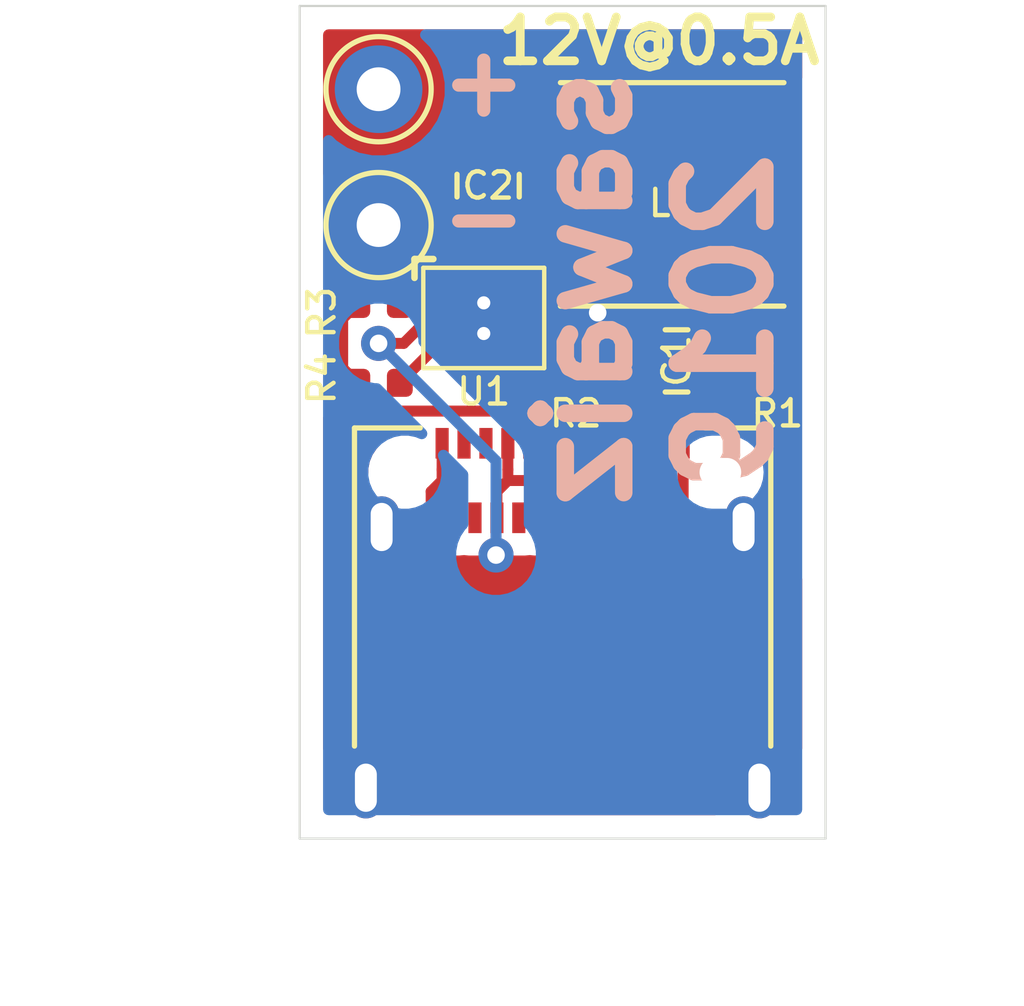
<source format=kicad_pcb>
(kicad_pcb (version 20171130) (host pcbnew "(5.1.2)-2")

  (general
    (thickness 1.6)
    (drawings 35)
    (tracks 100)
    (zones 0)
    (modules 11)
    (nets 15)
  )

  (page A4)
  (layers
    (0 F.Cu signal)
    (31 B.Cu signal)
    (32 B.Adhes user)
    (33 F.Adhes user)
    (34 B.Paste user)
    (35 F.Paste user)
    (36 B.SilkS user)
    (37 F.SilkS user)
    (38 B.Mask user)
    (39 F.Mask user)
    (40 Dwgs.User user)
    (41 Cmts.User user)
    (42 Eco1.User user)
    (43 Eco2.User user)
    (44 Edge.Cuts user)
    (45 Margin user)
    (46 B.CrtYd user)
    (47 F.CrtYd user)
    (48 B.Fab user)
    (49 F.Fab user)
  )

  (setup
    (last_trace_width 0.25)
    (trace_clearance 0.2)
    (zone_clearance 0.508)
    (zone_45_only no)
    (trace_min 0.1524)
    (via_size 0.8)
    (via_drill 0.4)
    (via_min_size 0.6858)
    (via_min_drill 0.3)
    (uvia_size 0.3)
    (uvia_drill 0.1)
    (uvias_allowed no)
    (uvia_min_size 0.2)
    (uvia_min_drill 0.1)
    (edge_width 0.05)
    (segment_width 0.2)
    (pcb_text_width 0.3)
    (pcb_text_size 1.5 1.5)
    (mod_edge_width 0.12)
    (mod_text_size 1 1)
    (mod_text_width 0.15)
    (pad_size 1.524 1.524)
    (pad_drill 0.762)
    (pad_to_mask_clearance 0.051)
    (solder_mask_min_width 0.25)
    (aux_axis_origin 0 0)
    (visible_elements 7FFFFFFF)
    (pcbplotparams
      (layerselection 0x3d0fc_ffffffff)
      (usegerberextensions true)
      (usegerberattributes false)
      (usegerberadvancedattributes false)
      (creategerberjobfile false)
      (excludeedgelayer true)
      (linewidth 0.100000)
      (plotframeref false)
      (viasonmask false)
      (mode 1)
      (useauxorigin false)
      (hpglpennumber 1)
      (hpglpenspeed 20)
      (hpglpendiameter 15.000000)
      (psnegative false)
      (psa4output false)
      (plotreference true)
      (plotvalue true)
      (plotinvisibletext false)
      (padsonsilk false)
      (subtractmaskfromsilk false)
      (outputformat 1)
      (mirror false)
      (drillshape 0)
      (scaleselection 1)
      (outputdirectory "../gerber/"))
  )

  (net 0 "")
  (net 1 GND)
  (net 2 +5V)
  (net 3 +12V)
  (net 4 "Net-(J1-PadA5)")
  (net 5 "Net-(J1-PadA6)")
  (net 6 "Net-(J1-PadA7)")
  (net 7 "Net-(J1-PadA8)")
  (net 8 "Net-(J1-PadB5)")
  (net 9 "Net-(J1-PadB6)")
  (net 10 "Net-(J1-PadB7)")
  (net 11 "Net-(J1-PadB8)")
  (net 12 "Net-(L1-Pad1)")
  (net 13 "Net-(R3-Pad2)")
  (net 14 "Net-(U1-Pad5)")

  (net_class Default "This is the default net class."
    (clearance 0.2)
    (trace_width 0.25)
    (via_dia 0.8)
    (via_drill 0.4)
    (uvia_dia 0.3)
    (uvia_drill 0.1)
    (add_net +12V)
    (add_net +5V)
    (add_net GND)
    (add_net "Net-(J1-PadA5)")
    (add_net "Net-(J1-PadA6)")
    (add_net "Net-(J1-PadA7)")
    (add_net "Net-(J1-PadA8)")
    (add_net "Net-(J1-PadB5)")
    (add_net "Net-(J1-PadB6)")
    (add_net "Net-(J1-PadB7)")
    (add_net "Net-(J1-PadB8)")
    (add_net "Net-(L1-Pad1)")
    (add_net "Net-(R3-Pad2)")
    (add_net "Net-(U1-Pad5)")
  )

  (module Inductor_SMD:L_Taiyo-Yuden_NR-50xx (layer F.Cu) (tedit 5D7A7B5B) (tstamp 5D7ACC15)
    (at 2.5 -10.7)
    (descr "Inductor, Taiyo Yuden, NR series, Taiyo-Yuden_NR-50xx, 4.9mmx4.9mm")
    (tags "inductor taiyo-yuden nr smd")
    (path /5D7A55C5)
    (attr smd)
    (fp_text reference L1 (at 0 0.2) (layer F.SilkS)
      (effects (font (size 0.6 0.6) (thickness 0.1)))
    )
    (fp_text value 10uH (at 6 1.7) (layer F.Fab)
      (effects (font (size 1 1) (thickness 0.15)))
    )
    (fp_text user %R (at 0 0) (layer F.Fab)
      (effects (font (size 1 1) (thickness 0.15)))
    )
    (fp_line (start -2.45 0) (end -2.45 -1.65) (layer F.Fab) (width 0.1))
    (fp_line (start -2.45 -1.65) (end -1.65 -2.45) (layer F.Fab) (width 0.1))
    (fp_line (start -1.65 -2.45) (end 0 -2.45) (layer F.Fab) (width 0.1))
    (fp_line (start 2.45 0) (end 2.45 -1.65) (layer F.Fab) (width 0.1))
    (fp_line (start 2.45 -1.65) (end 1.65 -2.45) (layer F.Fab) (width 0.1))
    (fp_line (start 1.65 -2.45) (end 0 -2.45) (layer F.Fab) (width 0.1))
    (fp_line (start 2.45 0) (end 2.45 1.65) (layer F.Fab) (width 0.1))
    (fp_line (start 2.45 1.65) (end 1.65 2.45) (layer F.Fab) (width 0.1))
    (fp_line (start 1.65 2.45) (end 0 2.45) (layer F.Fab) (width 0.1))
    (fp_line (start -2.45 0) (end -2.45 1.65) (layer F.Fab) (width 0.1))
    (fp_line (start -2.45 1.65) (end -1.65 2.45) (layer F.Fab) (width 0.1))
    (fp_line (start -1.65 2.45) (end 0 2.45) (layer F.Fab) (width 0.1))
    (fp_line (start -2.55 -2.55) (end 2.55 -2.55) (layer F.SilkS) (width 0.12))
    (fp_line (start -2.55 2.55) (end 2.55 2.55) (layer F.SilkS) (width 0.12))
    (fp_line (start -2.8 -2.75) (end -2.8 2.75) (layer F.CrtYd) (width 0.05))
    (fp_line (start -2.8 2.75) (end 2.8 2.75) (layer F.CrtYd) (width 0.05))
    (fp_line (start 2.8 2.75) (end 2.8 -2.75) (layer F.CrtYd) (width 0.05))
    (fp_line (start 2.8 -2.75) (end -2.8 -2.75) (layer F.CrtYd) (width 0.05))
    (pad 1 smd rect (at -1.8 0) (size 1.5 4.2) (layers F.Cu F.Paste F.Mask)
      (net 12 "Net-(L1-Pad1)"))
    (pad 2 smd rect (at 1.8 0) (size 1.5 4.2) (layers F.Cu F.Paste F.Mask)
      (net 2 +5V))
    (model ${KIPRJMOD}/stp/NRS5030.stp
      (offset (xyz 0 0 0.3))
      (scale (xyz 1 1 1))
      (rotate (xyz -90 0 0))
    )
  )

  (module Connector_USB:USB_C_Receptacle_Amphenol_12401610E4-2A (layer F.Cu) (tedit 5D7A6A6F) (tstamp 5D7ADD3F)
    (at 0 0)
    (descr "USB TYPE C, RA RCPT PCB, SMT, https://www.amphenolcanada.com/StockAvailabilityPrice.aspx?From=&PartNum=12401610E4%7e2A")
    (tags "USB C Type-C Receptacle SMD")
    (path /5D7A29A6)
    (attr smd)
    (fp_text reference J1 (at 0 -6.36) (layer F.SilkS) hide
      (effects (font (size 1 1) (thickness 0.15)))
    )
    (fp_text value 12401610E4#2A (at 0 7) (layer F.Fab)
      (effects (font (size 1 1) (thickness 0.15)))
    )
    (fp_text user %R (at 0 0) (layer F.Fab) hide
      (effects (font (size 1 1) (thickness 0.1)))
    )
    (fp_line (start -5.39 5.73) (end -5.39 -5.87) (layer F.CrtYd) (width 0.05))
    (fp_line (start 5.39 5.73) (end -5.39 5.73) (layer F.CrtYd) (width 0.05))
    (fp_line (start 5.39 -5.87) (end 5.39 5.73) (layer F.CrtYd) (width 0.05))
    (fp_line (start -5.39 -5.87) (end 5.39 -5.87) (layer F.CrtYd) (width 0.05))
    (fp_line (start 4.6 5.23) (end 4.6 -5.22) (layer F.Fab) (width 0.1))
    (fp_line (start -4.6 5.23) (end 4.6 5.23) (layer F.Fab) (width 0.1))
    (fp_line (start 3.25 -5.37) (end 4.75 -5.37) (layer F.SilkS) (width 0.12))
    (fp_line (start 4.75 -5.37) (end 4.75 1.89) (layer F.SilkS) (width 0.12))
    (fp_line (start -4.75 -5.37) (end -4.75 1.89) (layer F.SilkS) (width 0.12))
    (fp_line (start -4.75 -5.37) (end -3.25 -5.37) (layer F.SilkS) (width 0.12))
    (fp_line (start -4.6 -5.22) (end 4.6 -5.22) (layer F.Fab) (width 0.1))
    (fp_line (start -4.6 5.23) (end -4.6 -5.22) (layer F.Fab) (width 0.1))
    (pad S1 thru_hole oval (at -4.13 -3.11) (size 0.8 1.4) (drill oval 0.5 1.1) (layers *.Cu *.Mask)
      (net 1 GND))
    (pad A1 smd rect (at -2.75 -5.02) (size 0.3 0.7) (layers F.Cu F.Paste F.Mask)
      (net 1 GND))
    (pad A2 smd rect (at -2.25 -5.02) (size 0.3 0.7) (layers F.Cu F.Paste F.Mask))
    (pad A3 smd rect (at -1.75 -5.02) (size 0.3 0.7) (layers F.Cu F.Paste F.Mask))
    (pad A4 smd rect (at -1.25 -5.02) (size 0.3 0.7) (layers F.Cu F.Paste F.Mask)
      (net 2 +5V))
    (pad A5 smd rect (at -0.75 -5.02) (size 0.3 0.7) (layers F.Cu F.Paste F.Mask)
      (net 4 "Net-(J1-PadA5)"))
    (pad A6 smd rect (at -0.25 -5.02) (size 0.3 0.7) (layers F.Cu F.Paste F.Mask)
      (net 5 "Net-(J1-PadA6)"))
    (pad A7 smd rect (at 0.25 -5.02) (size 0.3 0.7) (layers F.Cu F.Paste F.Mask)
      (net 6 "Net-(J1-PadA7)"))
    (pad A12 smd rect (at 2.75 -5.02) (size 0.3 0.7) (layers F.Cu F.Paste F.Mask)
      (net 1 GND))
    (pad A10 smd rect (at 1.75 -5.02) (size 0.3 0.7) (layers F.Cu F.Paste F.Mask))
    (pad A9 smd rect (at 1.25 -5.02) (size 0.3 0.7) (layers F.Cu F.Paste F.Mask)
      (net 2 +5V))
    (pad A8 smd rect (at 0.75 -5.02) (size 0.3 0.7) (layers F.Cu F.Paste F.Mask)
      (net 7 "Net-(J1-PadA8)"))
    (pad A11 smd rect (at 2.25 -5.02) (size 0.3 0.7) (layers F.Cu F.Paste F.Mask))
    (pad B1 smd rect (at 2.5 -3.32) (size 0.3 0.7) (layers F.Cu F.Paste F.Mask)
      (net 1 GND))
    (pad S1 thru_hole oval (at 4.13 -3.11) (size 0.8 1.4) (drill oval 0.5 1.1) (layers *.Cu *.Mask)
      (net 1 GND))
    (pad S1 thru_hole oval (at 4.49 2.84) (size 0.8 1.4) (drill oval 0.5 1.1) (layers *.Cu *.Mask)
      (net 1 GND))
    (pad S1 thru_hole oval (at -4.49 2.84) (size 0.8 1.4) (drill oval 0.5 1.1) (layers *.Cu *.Mask)
      (net 1 GND))
    (pad "" np_thru_hole oval (at 3.6 -4.36) (size 0.95 0.65) (drill oval 0.95 0.65) (layers *.Cu *.Mask))
    (pad "" np_thru_hole circle (at -3.6 -4.36) (size 0.65 0.65) (drill 0.65) (layers *.Cu *.Mask))
    (pad B2 smd rect (at 2 -3.32) (size 0.3 0.7) (layers F.Cu F.Paste F.Mask))
    (pad B3 smd rect (at 1.5 -3.32) (size 0.3 0.7) (layers F.Cu F.Paste F.Mask))
    (pad B4 smd rect (at 1 -3.32) (size 0.3 0.7) (layers F.Cu F.Paste F.Mask)
      (net 2 +5V))
    (pad B5 smd rect (at 0.5 -3.32) (size 0.3 0.7) (layers F.Cu F.Paste F.Mask)
      (net 8 "Net-(J1-PadB5)"))
    (pad B6 smd rect (at 0 -3.32) (size 0.3 0.7) (layers F.Cu F.Paste F.Mask)
      (net 9 "Net-(J1-PadB6)"))
    (pad B7 smd rect (at -0.5 -3.32) (size 0.3 0.7) (layers F.Cu F.Paste F.Mask)
      (net 10 "Net-(J1-PadB7)"))
    (pad B8 smd rect (at -1 -3.32) (size 0.3 0.7) (layers F.Cu F.Paste F.Mask)
      (net 11 "Net-(J1-PadB8)"))
    (pad B9 smd rect (at -1.5 -3.32) (size 0.3 0.7) (layers F.Cu F.Paste F.Mask)
      (net 2 +5V))
    (pad B10 smd rect (at -2 -3.32) (size 0.3 0.7) (layers F.Cu F.Paste F.Mask))
    (pad B11 smd rect (at -2.5 -3.32) (size 0.3 0.7) (layers F.Cu F.Paste F.Mask))
    (pad B12 smd rect (at -3 -3.32) (size 0.3 0.7) (layers F.Cu F.Paste F.Mask)
      (net 1 GND))
    (model ${KIPRJMOD}/stp/M-12401610E4#2A-REVT2.stp
      (offset (xyz 0 -5.25 1.5))
      (scale (xyz 1 1 1))
      (rotate (xyz 0 0 90))
    )
  )

  (module Capacitor_SMD:C_0805_2012Metric (layer F.Cu) (tedit 5B36C52B) (tstamp 5D7ADB59)
    (at 2.6 -6.9)
    (descr "Capacitor SMD 0805 (2012 Metric), square (rectangular) end terminal, IPC_7351 nominal, (Body size source: https://docs.google.com/spreadsheets/d/1BsfQQcO9C6DZCsRaXUlFlo91Tg2WpOkGARC1WS5S8t0/edit?usp=sharing), generated with kicad-footprint-generator")
    (tags capacitor)
    (path /5D7A964E)
    (attr smd)
    (fp_text reference C1 (at 0 0 90) (layer F.SilkS)
      (effects (font (size 0.6 0.6) (thickness 0.1)))
    )
    (fp_text value 10u (at 5.4 -0.6) (layer F.Fab)
      (effects (font (size 1 1) (thickness 0.15)))
    )
    (fp_text user %R (at 0 0) (layer F.Fab)
      (effects (font (size 0.5 0.5) (thickness 0.08)))
    )
    (fp_line (start 1.68 0.95) (end -1.68 0.95) (layer F.CrtYd) (width 0.05))
    (fp_line (start 1.68 -0.95) (end 1.68 0.95) (layer F.CrtYd) (width 0.05))
    (fp_line (start -1.68 -0.95) (end 1.68 -0.95) (layer F.CrtYd) (width 0.05))
    (fp_line (start -1.68 0.95) (end -1.68 -0.95) (layer F.CrtYd) (width 0.05))
    (fp_line (start -0.258578 0.71) (end 0.258578 0.71) (layer F.SilkS) (width 0.12))
    (fp_line (start -0.258578 -0.71) (end 0.258578 -0.71) (layer F.SilkS) (width 0.12))
    (fp_line (start 1 0.6) (end -1 0.6) (layer F.Fab) (width 0.1))
    (fp_line (start 1 -0.6) (end 1 0.6) (layer F.Fab) (width 0.1))
    (fp_line (start -1 -0.6) (end 1 -0.6) (layer F.Fab) (width 0.1))
    (fp_line (start -1 0.6) (end -1 -0.6) (layer F.Fab) (width 0.1))
    (pad 2 smd roundrect (at 0.9375 0) (size 0.975 1.4) (layers F.Cu F.Paste F.Mask) (roundrect_rratio 0.25)
      (net 1 GND))
    (pad 1 smd roundrect (at -0.9375 0) (size 0.975 1.4) (layers F.Cu F.Paste F.Mask) (roundrect_rratio 0.25)
      (net 2 +5V))
    (model ${KISYS3DMOD}/Capacitor_SMD.3dshapes/C_0805_2012Metric.wrl
      (at (xyz 0 0 0))
      (scale (xyz 1 1 1))
      (rotate (xyz 0 0 0))
    )
  )

  (module Capacitor_SMD:C_0805_2012Metric (layer F.Cu) (tedit 5B36C52B) (tstamp 5D7AF6B6)
    (at -1.7 -10.9 270)
    (descr "Capacitor SMD 0805 (2012 Metric), square (rectangular) end terminal, IPC_7351 nominal, (Body size source: https://docs.google.com/spreadsheets/d/1BsfQQcO9C6DZCsRaXUlFlo91Tg2WpOkGARC1WS5S8t0/edit?usp=sharing), generated with kicad-footprint-generator")
    (tags capacitor)
    (path /5D7A91E0)
    (attr smd)
    (fp_text reference C2 (at 0 0 180) (layer F.SilkS)
      (effects (font (size 0.6 0.6) (thickness 0.1)))
    )
    (fp_text value 10u (at 0.4 -9.7 180) (layer F.Fab)
      (effects (font (size 1 1) (thickness 0.15)))
    )
    (fp_line (start -1 0.6) (end -1 -0.6) (layer F.Fab) (width 0.1))
    (fp_line (start -1 -0.6) (end 1 -0.6) (layer F.Fab) (width 0.1))
    (fp_line (start 1 -0.6) (end 1 0.6) (layer F.Fab) (width 0.1))
    (fp_line (start 1 0.6) (end -1 0.6) (layer F.Fab) (width 0.1))
    (fp_line (start -0.258578 -0.71) (end 0.258578 -0.71) (layer F.SilkS) (width 0.12))
    (fp_line (start -0.258578 0.71) (end 0.258578 0.71) (layer F.SilkS) (width 0.12))
    (fp_line (start -1.68 0.95) (end -1.68 -0.95) (layer F.CrtYd) (width 0.05))
    (fp_line (start -1.68 -0.95) (end 1.68 -0.95) (layer F.CrtYd) (width 0.05))
    (fp_line (start 1.68 -0.95) (end 1.68 0.95) (layer F.CrtYd) (width 0.05))
    (fp_line (start 1.68 0.95) (end -1.68 0.95) (layer F.CrtYd) (width 0.05))
    (fp_text user %R (at 0 0 90) (layer F.Fab)
      (effects (font (size 0.5 0.5) (thickness 0.08)))
    )
    (pad 1 smd roundrect (at -0.9375 0 270) (size 0.975 1.4) (layers F.Cu F.Paste F.Mask) (roundrect_rratio 0.25)
      (net 3 +12V))
    (pad 2 smd roundrect (at 0.9375 0 270) (size 0.975 1.4) (layers F.Cu F.Paste F.Mask) (roundrect_rratio 0.25)
      (net 1 GND))
    (model ${KISYS3DMOD}/Capacitor_SMD.3dshapes/C_0805_2012Metric.wrl
      (at (xyz 0 0 0))
      (scale (xyz 1 1 1))
      (rotate (xyz 0 0 0))
    )
  )

  (module Resistor_SMD:R_0402_1005Metric (layer F.Cu) (tedit 5B301BBD) (tstamp 5D7AC039)
    (at 4.9 -6.9 90)
    (descr "Resistor SMD 0402 (1005 Metric), square (rectangular) end terminal, IPC_7351 nominal, (Body size source: http://www.tortai-tech.com/upload/download/2011102023233369053.pdf), generated with kicad-footprint-generator")
    (tags resistor)
    (path /5D7A5A3E)
    (attr smd)
    (fp_text reference R1 (at -1.2 0 180) (layer F.SilkS)
      (effects (font (size 0.6 0.6) (thickness 0.1)))
    )
    (fp_text value 5K1 (at -2.4 4.6 90) (layer F.Fab)
      (effects (font (size 1 1) (thickness 0.15)))
    )
    (fp_line (start -0.5 0.25) (end -0.5 -0.25) (layer F.Fab) (width 0.1))
    (fp_line (start -0.5 -0.25) (end 0.5 -0.25) (layer F.Fab) (width 0.1))
    (fp_line (start 0.5 -0.25) (end 0.5 0.25) (layer F.Fab) (width 0.1))
    (fp_line (start 0.5 0.25) (end -0.5 0.25) (layer F.Fab) (width 0.1))
    (fp_line (start -0.93 0.47) (end -0.93 -0.47) (layer F.CrtYd) (width 0.05))
    (fp_line (start -0.93 -0.47) (end 0.93 -0.47) (layer F.CrtYd) (width 0.05))
    (fp_line (start 0.93 -0.47) (end 0.93 0.47) (layer F.CrtYd) (width 0.05))
    (fp_line (start 0.93 0.47) (end -0.93 0.47) (layer F.CrtYd) (width 0.05))
    (fp_text user %R (at 0 0 90) (layer F.Fab)
      (effects (font (size 0.25 0.25) (thickness 0.04)))
    )
    (pad 1 smd roundrect (at -0.485 0 90) (size 0.59 0.64) (layers F.Cu F.Paste F.Mask) (roundrect_rratio 0.25)
      (net 8 "Net-(J1-PadB5)"))
    (pad 2 smd roundrect (at 0.485 0 90) (size 0.59 0.64) (layers F.Cu F.Paste F.Mask) (roundrect_rratio 0.25)
      (net 1 GND))
    (model ${KISYS3DMOD}/Resistor_SMD.3dshapes/R_0402_1005Metric.wrl
      (at (xyz 0 0 0))
      (scale (xyz 1 1 1))
      (rotate (xyz 0 0 0))
    )
  )

  (module Resistor_SMD:R_0402_1005Metric (layer F.Cu) (tedit 5B301BBD) (tstamp 5D7ABEFE)
    (at 0.3 -6.9 90)
    (descr "Resistor SMD 0402 (1005 Metric), square (rectangular) end terminal, IPC_7351 nominal, (Body size source: http://www.tortai-tech.com/upload/download/2011102023233369053.pdf), generated with kicad-footprint-generator")
    (tags resistor)
    (path /5D7A5DC6)
    (attr smd)
    (fp_text reference R2 (at -1.2 0 180) (layer F.SilkS)
      (effects (font (size 0.6 0.6) (thickness 0.1)))
    )
    (fp_text value 5K1 (at -2.4 7.2 90) (layer F.Fab)
      (effects (font (size 1 1) (thickness 0.15)))
    )
    (fp_text user %R (at 0 0 90) (layer F.Fab)
      (effects (font (size 0.25 0.25) (thickness 0.04)))
    )
    (fp_line (start 0.93 0.47) (end -0.93 0.47) (layer F.CrtYd) (width 0.05))
    (fp_line (start 0.93 -0.47) (end 0.93 0.47) (layer F.CrtYd) (width 0.05))
    (fp_line (start -0.93 -0.47) (end 0.93 -0.47) (layer F.CrtYd) (width 0.05))
    (fp_line (start -0.93 0.47) (end -0.93 -0.47) (layer F.CrtYd) (width 0.05))
    (fp_line (start 0.5 0.25) (end -0.5 0.25) (layer F.Fab) (width 0.1))
    (fp_line (start 0.5 -0.25) (end 0.5 0.25) (layer F.Fab) (width 0.1))
    (fp_line (start -0.5 -0.25) (end 0.5 -0.25) (layer F.Fab) (width 0.1))
    (fp_line (start -0.5 0.25) (end -0.5 -0.25) (layer F.Fab) (width 0.1))
    (pad 2 smd roundrect (at 0.485 0 90) (size 0.59 0.64) (layers F.Cu F.Paste F.Mask) (roundrect_rratio 0.25)
      (net 1 GND))
    (pad 1 smd roundrect (at -0.485 0 90) (size 0.59 0.64) (layers F.Cu F.Paste F.Mask) (roundrect_rratio 0.25)
      (net 4 "Net-(J1-PadA5)"))
    (model ${KISYS3DMOD}/Resistor_SMD.3dshapes/R_0402_1005Metric.wrl
      (at (xyz 0 0 0))
      (scale (xyz 1 1 1))
      (rotate (xyz 0 0 0))
    )
  )

  (module Resistor_SMD:R_0402_1005Metric (layer F.Cu) (tedit 5B301BBD) (tstamp 5D7AE17A)
    (at -4.2 -8.2 180)
    (descr "Resistor SMD 0402 (1005 Metric), square (rectangular) end terminal, IPC_7351 nominal, (Body size source: http://www.tortai-tech.com/upload/download/2011102023233369053.pdf), generated with kicad-footprint-generator")
    (tags resistor)
    (path /5D7A3B4A)
    (attr smd)
    (fp_text reference R3 (at 1.3 -0.2 90) (layer F.SilkS)
      (effects (font (size 0.6 0.6) (thickness 0.1)))
    )
    (fp_text value 43K2 (at 4.2 -0.1) (layer F.Fab)
      (effects (font (size 1 1) (thickness 0.15)))
    )
    (fp_text user %R (at 0 0) (layer F.Fab)
      (effects (font (size 0.25 0.25) (thickness 0.04)))
    )
    (fp_line (start 0.93 0.47) (end -0.93 0.47) (layer F.CrtYd) (width 0.05))
    (fp_line (start 0.93 -0.47) (end 0.93 0.47) (layer F.CrtYd) (width 0.05))
    (fp_line (start -0.93 -0.47) (end 0.93 -0.47) (layer F.CrtYd) (width 0.05))
    (fp_line (start -0.93 0.47) (end -0.93 -0.47) (layer F.CrtYd) (width 0.05))
    (fp_line (start 0.5 0.25) (end -0.5 0.25) (layer F.Fab) (width 0.1))
    (fp_line (start 0.5 -0.25) (end 0.5 0.25) (layer F.Fab) (width 0.1))
    (fp_line (start -0.5 -0.25) (end 0.5 -0.25) (layer F.Fab) (width 0.1))
    (fp_line (start -0.5 0.25) (end -0.5 -0.25) (layer F.Fab) (width 0.1))
    (pad 2 smd roundrect (at 0.485 0 180) (size 0.59 0.64) (layers F.Cu F.Paste F.Mask) (roundrect_rratio 0.25)
      (net 13 "Net-(R3-Pad2)"))
    (pad 1 smd roundrect (at -0.485 0 180) (size 0.59 0.64) (layers F.Cu F.Paste F.Mask) (roundrect_rratio 0.25)
      (net 3 +12V))
    (model ${KISYS3DMOD}/Resistor_SMD.3dshapes/R_0402_1005Metric.wrl
      (at (xyz 0 0 0))
      (scale (xyz 1 1 1))
      (rotate (xyz 0 0 0))
    )
  )

  (module Resistor_SMD:R_0402_1005Metric (layer F.Cu) (tedit 5B301BBD) (tstamp 5D7ADBEE)
    (at -4.2 -6.4)
    (descr "Resistor SMD 0402 (1005 Metric), square (rectangular) end terminal, IPC_7351 nominal, (Body size source: http://www.tortai-tech.com/upload/download/2011102023233369053.pdf), generated with kicad-footprint-generator")
    (tags resistor)
    (path /5D7A4647)
    (attr smd)
    (fp_text reference R4 (at -1.3 -0.1 270) (layer F.SilkS)
      (effects (font (size 0.6 0.6) (thickness 0.1)))
    )
    (fp_text value 4K99 (at -4.1 0) (layer F.Fab)
      (effects (font (size 1 1) (thickness 0.15)))
    )
    (fp_text user %R (at 0 0) (layer F.Fab)
      (effects (font (size 0.25 0.25) (thickness 0.04)))
    )
    (fp_line (start 0.93 0.47) (end -0.93 0.47) (layer F.CrtYd) (width 0.05))
    (fp_line (start 0.93 -0.47) (end 0.93 0.47) (layer F.CrtYd) (width 0.05))
    (fp_line (start -0.93 -0.47) (end 0.93 -0.47) (layer F.CrtYd) (width 0.05))
    (fp_line (start -0.93 0.47) (end -0.93 -0.47) (layer F.CrtYd) (width 0.05))
    (fp_line (start 0.5 0.25) (end -0.5 0.25) (layer F.Fab) (width 0.1))
    (fp_line (start 0.5 -0.25) (end 0.5 0.25) (layer F.Fab) (width 0.1))
    (fp_line (start -0.5 -0.25) (end 0.5 -0.25) (layer F.Fab) (width 0.1))
    (fp_line (start -0.5 0.25) (end -0.5 -0.25) (layer F.Fab) (width 0.1))
    (pad 2 smd roundrect (at 0.485 0) (size 0.59 0.64) (layers F.Cu F.Paste F.Mask) (roundrect_rratio 0.25)
      (net 1 GND))
    (pad 1 smd roundrect (at -0.485 0) (size 0.59 0.64) (layers F.Cu F.Paste F.Mask) (roundrect_rratio 0.25)
      (net 13 "Net-(R3-Pad2)"))
    (model ${KISYS3DMOD}/Resistor_SMD.3dshapes/R_0402_1005Metric.wrl
      (at (xyz 0 0 0))
      (scale (xyz 1 1 1))
      (rotate (xyz 0 0 0))
    )
  )

  (module TestPoint:TestPoint_THTPad_D2.0mm_Drill1.0mm (layer F.Cu) (tedit 5A0F774F) (tstamp 5D7AD35A)
    (at -4.2 -13.1)
    (descr "THT pad as test Point, diameter 2.0mm, hole diameter 1.0mm")
    (tags "test point THT pad")
    (path /5D7ADA70)
    (attr virtual)
    (fp_text reference TP1 (at 0 -1.998) (layer F.SilkS) hide
      (effects (font (size 1 1) (thickness 0.15)))
    )
    (fp_text value 12V (at -3.8 0.1) (layer F.Fab)
      (effects (font (size 1 1) (thickness 0.15)))
    )
    (fp_text user %R (at 0 -2) (layer F.Fab) hide
      (effects (font (size 1 1) (thickness 0.15)))
    )
    (fp_circle (center 0 0) (end 1.5 0) (layer F.CrtYd) (width 0.05))
    (fp_circle (center 0 0) (end 0 1.2) (layer F.SilkS) (width 0.12))
    (pad 1 thru_hole circle (at 0 0) (size 2 2) (drill 1) (layers *.Cu *.Mask)
      (net 3 +12V))
  )

  (module TestPoint:TestPoint_THTPad_D2.0mm_Drill1.0mm (layer F.Cu) (tedit 5A0F774F) (tstamp 5D7ACBBE)
    (at -4.2 -10)
    (descr "THT pad as test Point, diameter 2.0mm, hole diameter 1.0mm")
    (tags "test point THT pad")
    (path /5D7AE442)
    (attr virtual)
    (fp_text reference TP2 (at 0 -1.998) (layer F.SilkS) hide
      (effects (font (size 1 1) (thickness 0.15)))
    )
    (fp_text value GND (at -3.8 0) (layer F.Fab)
      (effects (font (size 1 1) (thickness 0.15)))
    )
    (fp_circle (center 0 0) (end 0 1.2) (layer F.SilkS) (width 0.12))
    (fp_circle (center 0 0) (end 1.5 0) (layer F.CrtYd) (width 0.05))
    (fp_text user %R (at 0 -2) (layer F.Fab) hide
      (effects (font (size 1 1) (thickness 0.15)))
    )
    (pad 1 thru_hole circle (at 0 0) (size 2 2) (drill 1) (layers *.Cu *.Mask)
      (net 1 GND))
  )

  (module Package_DFN_QFN:Micrel_MLF-8-1EP_2x2mm_P0.5mm_EP0.8x1.3mm_ThermalVias (layer F.Cu) (tedit 5A6B2D68) (tstamp 5D7AE89B)
    (at -1.8 -7.875001)
    (descr http://ww1.microchip.com/downloads/en/DeviceDoc/mic2290.pdf)
    (tags "mlf 8 2x2 mm")
    (path /5D7A102C)
    (attr smd)
    (fp_text reference U1 (at 0 1.675001) (layer F.SilkS)
      (effects (font (size 0.6 0.6) (thickness 0.1)))
    )
    (fp_text value MIC2290 (at -7.7 3.375001) (layer F.Fab)
      (effects (font (size 1 1) (thickness 0.15)))
    )
    (fp_text user %R (at 0 0) (layer F.Fab)
      (effects (font (size 0.5 0.5) (thickness 0.075)))
    )
    (fp_line (start -1.38 -1.15) (end 1.38 -1.15) (layer F.SilkS) (width 0.1))
    (fp_line (start 1.38 -1.15) (end 1.38 1.14) (layer F.SilkS) (width 0.1))
    (fp_line (start 1.38 1.14) (end -1.380018 1.14) (layer F.SilkS) (width 0.1))
    (fp_line (start -1.38 -1.150021) (end -1.38 1.14) (layer F.SilkS) (width 0.1))
    (fp_line (start -1.58 -0.92) (end -1.58 -1.35) (layer F.SilkS) (width 0.15))
    (fp_line (start -1.15 -1.35) (end -1.58 -1.35) (layer F.SilkS) (width 0.15))
    (fp_line (start -1 -0.39) (end -0.389919 -1.000081) (layer F.Fab) (width 0.1))
    (fp_line (start -0.39 -1) (end 1 -1) (layer F.Fab) (width 0.1))
    (fp_line (start 1 1) (end 1 -1) (layer F.Fab) (width 0.1))
    (fp_line (start 1 1) (end -1 1) (layer F.Fab) (width 0.1))
    (fp_line (start -1 -0.38) (end -1 1) (layer F.Fab) (width 0.1))
    (fp_line (start -1.35 -1.25) (end 1.35 -1.25) (layer F.CrtYd) (width 0.05))
    (fp_line (start -1.35 -1.25) (end -1.35 1.25) (layer F.CrtYd) (width 0.05))
    (fp_line (start 1.35 1.25) (end 1.35 -1.25) (layer F.CrtYd) (width 0.05))
    (fp_line (start 1.35 1.25) (end -1.35 1.25) (layer F.CrtYd) (width 0.05))
    (pad 1 smd rect (at -0.9 -0.75) (size 0.4 0.23) (layers F.Cu F.Paste F.Mask)
      (net 3 +12V))
    (pad 2 smd rect (at -0.9 -0.25) (size 0.4 0.23) (layers F.Cu F.Paste F.Mask)
      (net 2 +5V))
    (pad 3 smd rect (at -0.9 0.25) (size 0.4 0.23) (layers F.Cu F.Paste F.Mask)
      (net 2 +5V))
    (pad 4 smd rect (at -0.9 0.75) (size 0.4 0.23) (layers F.Cu F.Paste F.Mask)
      (net 1 GND))
    (pad 5 smd rect (at 0.9 0.75) (size 0.4 0.23) (layers F.Cu F.Paste F.Mask)
      (net 14 "Net-(U1-Pad5)"))
    (pad 6 smd rect (at 0.9 0.25) (size 0.4 0.23) (layers F.Cu F.Paste F.Mask)
      (net 13 "Net-(R3-Pad2)"))
    (pad 7 smd rect (at 0.9 -0.25) (size 0.4 0.23) (layers F.Cu F.Paste F.Mask)
      (net 12 "Net-(L1-Pad1)"))
    (pad 8 smd rect (at 0.9 -0.75) (size 0.4 0.23) (layers F.Cu F.Paste F.Mask)
      (net 1 GND))
    (pad 9 smd rect (at 0 0) (size 0.8 1.3) (layers F.Cu F.Mask)
      (net 1 GND))
    (pad 9 thru_hole circle (at 0 -0.35) (size 0.6 0.6) (drill 0.3) (layers *.Cu)
      (net 1 GND))
    (pad 9 thru_hole circle (at 0 0.35) (size 0.6 0.6) (drill 0.3) (layers *.Cu)
      (net 1 GND))
    (pad "" smd rect (at 0 -0.35) (size 0.55 0.55) (layers F.Paste))
    (pad "" smd rect (at 0 0.35) (size 0.55 0.55) (layers F.Paste))
    (pad 9 smd rect (at 0 0) (size 0.8 1.3) (layers B.Cu)
      (net 1 GND))
    (model ${KISYS3DMOD}/Package_DFN_QFN.3dshapes/Micrel_MLF-8-1EP_2x2mm_P0.5mm_EP0.8x1.3mm_ThermalVias.wrl
      (at (xyz 0 0 0))
      (scale (xyz 1 1 1))
      (rotate (xyz 0 0 0))
    )
  )

  (gr_line (start 0 6.25) (end 0 3.75) (layer F.Fab) (width 0.15))
  (gr_line (start 9.25 -6.25) (end 5.25 -6.25) (layer F.Fab) (width 0.15))
  (gr_line (start 9.5 -6) (end 9.25 -6.25) (layer F.Fab) (width 0.15))
  (gr_line (start 9.5 -5.75) (end 9.5 -6) (layer F.Fab) (width 0.15))
  (gr_line (start 0.25 -5.75) (end 0.25 -6) (layer F.Fab) (width 0.15))
  (gr_line (start 1.25 -4.75) (end 0.25 -5.75) (layer F.Fab) (width 0.15))
  (gr_line (start 5 -4.75) (end 1.25 -4.75) (layer F.Fab) (width 0.15))
  (gr_line (start 6.25 -6) (end 5 -4.75) (layer F.Fab) (width 0.15))
  (gr_line (start 7.5 -6) (end 6.25 -6) (layer F.Fab) (width 0.15))
  (gr_line (start 7.5 -5.75) (end 7.5 -6) (layer F.Fab) (width 0.15))
  (gr_line (start 4.25 -8) (end 4 -7.75) (layer F.Fab) (width 0.15))
  (gr_line (start 5.5 -8) (end 4.25 -8) (layer F.Fab) (width 0.15))
  (gr_line (start 6.25 -7.5) (end 5.5 -8) (layer F.Fab) (width 0.15))
  (gr_line (start 6.5 -7.5) (end 6.25 -7.5) (layer F.Fab) (width 0.15))
  (gr_line (start 6.5 -9) (end 5.25 -9) (layer F.Fab) (width 0.15))
  (gr_line (start -0.5 -13.75) (end -2 -12.25) (layer F.Fab) (width 0.15))
  (gr_line (start 5 -13.75) (end -0.5 -13.75) (layer F.Fab) (width 0.15))
  (gr_line (start 5.5 -13.25) (end 5 -13.75) (layer F.Fab) (width 0.15))
  (gr_line (start 5.5 -12.75) (end 5.5 -13.25) (layer F.Fab) (width 0.15))
  (gr_line (start 5.5 -11.25) (end 5.5 -12.75) (layer F.Fab) (width 0.15))
  (gr_line (start 6.25 -10.5) (end 5.5 -11.25) (layer F.Fab) (width 0.15))
  (gr_line (start 6.5 -10.5) (end 6.25 -10.5) (layer F.Fab) (width 0.15))
  (gr_line (start -1.75 -6) (end -1.75 -6.5) (layer F.Fab) (width 0.15))
  (gr_line (start -3.25 -4.5) (end -1.75 -6) (layer F.Fab) (width 0.15))
  (gr_line (start -6.25 -4.5) (end -3.25 -4.5) (layer F.Fab) (width 0.15))
  (gr_line (start -6.25 -6.25) (end -5 -6.25) (layer F.Fab) (width 0.15))
  (gr_line (start -6.25 -8) (end -5 -8) (layer F.Fab) (width 0.15))
  (gr_line (start 6 4) (end -6 4) (layer Edge.Cuts) (width 0.05) (tstamp 5D7AD954))
  (gr_line (start 6 -15) (end 6 4) (layer Edge.Cuts) (width 0.05) (tstamp 5D7AD969))
  (gr_line (start -6 -15) (end 6 -15) (layer Edge.Cuts) (width 0.05) (tstamp 5D7AD958))
  (gr_line (start -6 4) (end -6 -15) (layer Edge.Cuts) (width 0.05))
  (gr_text "sawaiz \n2019" (at 2.1 -7.8 90) (layer B.SilkS) (tstamp 5D7AD93C)
    (effects (font (size 2 2) (thickness 0.4)) (justify mirror))
  )
  (gr_text - (at -1.8 -10.2) (layer B.SilkS) (tstamp 5D7AD939)
    (effects (font (size 1.5 1.5) (thickness 0.3)))
  )
  (gr_text + (at -1.8 -13.3) (layer B.SilkS)
    (effects (font (size 1.5 1.5) (thickness 0.3)))
  )
  (gr_text 12V@0.5A (at 2.2 -14.2) (layer F.SilkS)
    (effects (font (size 1 1) (thickness 0.2)))
  )

  (segment (start 2.75 -3.57) (end 2.75 -5.02) (width 0.25) (layer F.Cu) (net 1) (tstamp 5D7ABDE0))
  (segment (start 2.5 -3.32) (end 2.75 -3.57) (width 0.25) (layer F.Cu) (net 1) (tstamp 5D7ABDE3))
  (segment (start -2.75 -4.42) (end -2.75 -5.02) (width 0.25) (layer F.Cu) (net 1) (tstamp 5D7ABDAA))
  (segment (start -2.75 -4.17) (end -2.75 -4.42) (width 0.25) (layer F.Cu) (net 1) (tstamp 5D7ABDA7))
  (segment (start -3 -3.92) (end -2.75 -4.17) (width 0.25) (layer F.Cu) (net 1) (tstamp 5D7ABDAD))
  (segment (start -3 -3.32) (end -3 -3.92) (width 0.25) (layer F.Cu) (net 1) (tstamp 5D7ABDA4))
  (segment (start -3.92 -3.32) (end -4.13 -3.11) (width 0.25) (layer F.Cu) (net 1) (tstamp 5D7ABD92))
  (segment (start -3 -3.32) (end -3.92 -3.32) (width 0.25) (layer F.Cu) (net 1) (tstamp 5D7ABD8F))
  (segment (start 3.92 -3.32) (end 4.13 -3.11) (width 0.25) (layer F.Cu) (net 1) (tstamp 5D7ABD89))
  (segment (start 2.5 -3.32) (end 3.92 -3.32) (width 0.25) (layer F.Cu) (net 1) (tstamp 5D7ABD8C))
  (segment (start 4.13 2.48) (end 4.49 2.84) (width 0.25) (layer B.Cu) (net 1) (tstamp 5D7ABD86))
  (segment (start 4.13 -3.11) (end 4.13 2.48) (width 0.25) (layer B.Cu) (net 1) (tstamp 5D7ABD83))
  (segment (start -4.13 2.48) (end -4.49 2.84) (width 0.25) (layer B.Cu) (net 1) (tstamp 5D7ABD98))
  (segment (start -4.13 -3.11) (end -4.13 2.48) (width 0.25) (layer B.Cu) (net 1) (tstamp 5D7ABD95))
  (segment (start -3.84 2.84) (end 4.49 2.84) (width 0.25) (layer B.Cu) (net 1) (tstamp 5D7ABD9E))
  (segment (start -4.49 2.84) (end -3.84 2.84) (width 0.25) (layer B.Cu) (net 1) (tstamp 5D7ABDA1))
  (segment (start -1.765001 -8.175001) (end -1.765001 -7.875001) (width 0.25) (layer F.Cu) (net 1) (tstamp 5D7ABDDD))
  (segment (start -1.315001 -8.625001) (end -1.765001 -8.175001) (width 0.25) (layer F.Cu) (net 1) (tstamp 5D7ABDE9))
  (segment (start -0.865001 -8.625001) (end -1.315001 -8.625001) (width 0.25) (layer F.Cu) (net 1) (tstamp 5D7ABDE6))
  (segment (start -1.765001 -7.575001) (end -1.765001 -7.875001) (width 0.25) (layer F.Cu) (net 1) (tstamp 5D7ABDB9))
  (segment (start -2.215001 -7.125001) (end -1.765001 -7.575001) (width 0.25) (layer F.Cu) (net 1) (tstamp 5D7ABDBF))
  (segment (start -2.665001 -7.125001) (end -2.215001 -7.125001) (width 0.25) (layer F.Cu) (net 1) (tstamp 5D7ABDBC))
  (segment (start 4.0225 -7.385) (end 3.5375 -6.9) (width 0.25) (layer F.Cu) (net 1))
  (segment (start 4.9 -7.385) (end 4.0225 -7.385) (width 0.25) (layer F.Cu) (net 1))
  (segment (start 2.75 -6.1125) (end 3.5375 -6.9) (width 0.25) (layer F.Cu) (net 1))
  (segment (start 2.75 -5.02) (end 2.75 -6.1125) (width 0.25) (layer F.Cu) (net 1))
  (segment (start -3.674999 -10) (end -4.2 -10) (width 0.25) (layer B.Cu) (net 1))
  (segment (start -1.8 -8.125001) (end -3.674999 -10) (width 0.25) (layer B.Cu) (net 1))
  (segment (start -1.8 -7.875001) (end -1.8 -8.125001) (width 0.25) (layer B.Cu) (net 1))
  (segment (start -1.8 -9.8625) (end -1.7 -9.9625) (width 0.25) (layer F.Cu) (net 1))
  (segment (start -1.8 -7.875001) (end -1.8 -9.8625) (width 0.25) (layer F.Cu) (net 1))
  (segment (start -5.225002 -8.974998) (end -5.225002 -4.505002) (width 0.25) (layer B.Cu) (net 1))
  (segment (start -4.2 -10) (end -5.225002 -8.974998) (width 0.25) (layer B.Cu) (net 1))
  (segment (start -5.225002 -4.505002) (end -4.13 -3.41) (width 0.25) (layer B.Cu) (net 1))
  (segment (start -4.13 -3.41) (end -4.13 -3.11) (width 0.25) (layer B.Cu) (net 1))
  (segment (start -3.715 -6.4) (end -2.989999 -7.125001) (width 0.25) (layer F.Cu) (net 1))
  (segment (start -2.989999 -7.125001) (end -2.7 -7.125001) (width 0.25) (layer F.Cu) (net 1))
  (via (at 0.8 -8) (size 0.8) (drill 0.4) (layers F.Cu B.Cu) (net 1))
  (segment (start 0.3 -7.385) (end 0.3 -7.5) (width 0.25) (layer F.Cu) (net 1))
  (segment (start 0.3 -7.5) (end 0.8 -8) (width 0.25) (layer F.Cu) (net 1))
  (segment (start -1.574999 -8) (end -1.8 -8.225001) (width 0.25) (layer B.Cu) (net 1))
  (segment (start 0.8 -8) (end -1.574999 -8) (width 0.25) (layer B.Cu) (net 1))
  (segment (start 1.25 -4.42) (end 1.25 -5.02) (width 0.25) (layer F.Cu) (net 2) (tstamp 5D7ABDC8))
  (segment (start 1.25 -4.17) (end 1.25 -4.42) (width 0.25) (layer F.Cu) (net 2) (tstamp 5D7ABDD4))
  (segment (start 1 -3.92) (end 1.25 -4.17) (width 0.25) (layer F.Cu) (net 2) (tstamp 5D7ABDC5))
  (segment (start 1 -3.32) (end 1 -3.92) (width 0.25) (layer F.Cu) (net 2) (tstamp 5D7ABDD1))
  (segment (start -1.25 -4.42) (end -1.25 -5.02) (width 0.25) (layer F.Cu) (net 2) (tstamp 5D7ABDDA))
  (segment (start -1.25 -4.17) (end -1.25 -4.42) (width 0.25) (layer F.Cu) (net 2) (tstamp 5D7ABDCB))
  (segment (start -1.5 -3.92) (end -1.25 -4.17) (width 0.25) (layer F.Cu) (net 2) (tstamp 5D7ABDCE))
  (segment (start -1.5 -3.32) (end -1.5 -3.92) (width 0.25) (layer F.Cu) (net 2) (tstamp 5D7ABDD7))
  (segment (start -1.25 -4.17) (end 1.25 -4.17) (width 0.25) (layer F.Cu) (net 2) (tstamp 5D7ABD9B))
  (segment (start -2.665001 -8.125001) (end -2.665001 -7.625001) (width 0.25) (layer F.Cu) (net 2) (tstamp 5D7ABDEC))
  (segment (start 1.25 -6.4875) (end 1.6625 -6.9) (width 0.25) (layer F.Cu) (net 2))
  (segment (start 1.25 -5.02) (end 1.25 -6.4875) (width 0.25) (layer F.Cu) (net 2))
  (segment (start 4.3 -9.5375) (end 4.3 -10.7) (width 0.25) (layer F.Cu) (net 2))
  (via (at -4.2 -7.3) (size 0.8) (drill 0.4) (layers F.Cu B.Cu) (net 2))
  (segment (start -3.626768 -7.3) (end -4.2 -7.3) (width 0.25) (layer F.Cu) (net 2))
  (segment (start -2.7 -7.625001) (end -3.301767 -7.625001) (width 0.25) (layer F.Cu) (net 2))
  (segment (start -3.301767 -7.625001) (end -3.626768 -7.3) (width 0.25) (layer F.Cu) (net 2))
  (via (at -1.519496 -2.469231) (size 0.8) (drill 0.4) (layers F.Cu B.Cu) (net 2))
  (segment (start -4.2 -7.3) (end -1.519496 -4.619496) (width 0.25) (layer B.Cu) (net 2))
  (segment (start -1.519496 -4.619496) (end -1.519496 -2.469231) (width 0.25) (layer B.Cu) (net 2))
  (segment (start -1.519496 -3.300504) (end -1.5 -3.32) (width 0.25) (layer F.Cu) (net 2))
  (segment (start -1.519496 -2.469231) (end -1.519496 -3.300504) (width 0.25) (layer F.Cu) (net 2))
  (segment (start 2.218737 -7.790733) (end 3.965504 -9.5375) (width 1) (layer F.Cu) (net 2))
  (segment (start 3.965504 -9.5375) (end 4.3 -9.5375) (width 1) (layer F.Cu) (net 2))
  (segment (start 2.218737 -7.456237) (end 2.218737 -7.790733) (width 1) (layer F.Cu) (net 2))
  (segment (start 1.6625 -6.9) (end 2.218737 -7.456237) (width 1) (layer F.Cu) (net 2))
  (segment (start -1.8 -11.9) (end -1.7 -12) (width 0.25) (layer F.Cu) (net 3))
  (segment (start -2.7 -8.990001) (end -2.8 -9.090001) (width 0.25) (layer F.Cu) (net 3))
  (segment (start -2.7 -8.625001) (end -2.7 -8.990001) (width 0.25) (layer F.Cu) (net 3))
  (segment (start -2.8 -10.7375) (end -1.7 -11.8375) (width 0.25) (layer F.Cu) (net 3))
  (segment (start -2.8 -9.090001) (end -2.8 -10.7375) (width 0.25) (layer F.Cu) (net 3))
  (segment (start -2.9375 -11.8375) (end -4.2 -13.1) (width 0.25) (layer F.Cu) (net 3))
  (segment (start -1.7 -11.8375) (end -2.9375 -11.8375) (width 0.25) (layer F.Cu) (net 3))
  (segment (start -3.289999 -8.625001) (end -3.715 -8.2) (width 0.25) (layer F.Cu) (net 3))
  (segment (start -2.7 -8.625001) (end -3.289999 -8.625001) (width 0.25) (layer F.Cu) (net 3))
  (segment (start -0.034168 -6.080832) (end 0.3 -6.415) (width 0.25) (layer F.Cu) (net 4))
  (segment (start -0.32001 -5.79499) (end -0.034168 -6.080832) (width 0.25) (layer F.Cu) (net 4))
  (segment (start -0.57501 -5.79499) (end -0.32001 -5.79499) (width 0.25) (layer F.Cu) (net 4))
  (segment (start -0.75 -5.02) (end -0.75 -5.62) (width 0.25) (layer F.Cu) (net 4))
  (segment (start -0.75 -5.62) (end -0.57501 -5.79499) (width 0.25) (layer F.Cu) (net 4))
  (segment (start 0.5 -2.72) (end 0.5 -3.32) (width 0.25) (layer F.Cu) (net 8))
  (segment (start 1.13501 -2.08499) (end 0.5 -2.72) (width 0.25) (layer F.Cu) (net 8))
  (segment (start 4.430308 -2.08499) (end 1.13501 -2.08499) (width 0.25) (layer F.Cu) (net 8))
  (segment (start 4.9 -2.554682) (end 4.430308 -2.08499) (width 0.25) (layer F.Cu) (net 8))
  (segment (start 4.9 -6.415) (end 4.9 -2.554682) (width 0.25) (layer F.Cu) (net 8))
  (segment (start 0.7 -9.275001) (end 0.7 -10.7) (width 0.25) (layer F.Cu) (net 12))
  (segment (start -0.45 -8.125001) (end 0.7 -9.275001) (width 0.35) (layer F.Cu) (net 12))
  (segment (start -0.9 -8.125001) (end -0.45 -8.125001) (width 0.35) (layer F.Cu) (net 12))
  (segment (start -5.019168 -6.734168) (end -4.685 -6.4) (width 0.25) (layer F.Cu) (net 13))
  (segment (start -5.019168 -7.865832) (end -5.019168 -6.734168) (width 0.25) (layer F.Cu) (net 13))
  (segment (start -4.685 -8.2) (end -5.019168 -7.865832) (width 0.25) (layer F.Cu) (net 13))
  (segment (start -4.685 -5.98) (end -4.685 -6.4) (width 0.25) (layer F.Cu) (net 13))
  (segment (start -0.9 -7.625001) (end -0.45 -7.625001) (width 0.25) (layer F.Cu) (net 13))
  (segment (start -0.45 -7.625001) (end -0.34501 -7.520011) (width 0.25) (layer F.Cu) (net 13))
  (segment (start -0.34501 -6.779989) (end -1.370009 -5.75499) (width 0.25) (layer F.Cu) (net 13))
  (segment (start -1.370009 -5.75499) (end -4.45999 -5.75499) (width 0.25) (layer F.Cu) (net 13))
  (segment (start -0.34501 -7.520011) (end -0.34501 -6.779989) (width 0.25) (layer F.Cu) (net 13))
  (segment (start -4.45999 -5.75499) (end -4.685 -5.98) (width 0.25) (layer F.Cu) (net 13))

  (zone (net 1) (net_name GND) (layer B.Cu) (tstamp 5D7A813F) (hatch edge 0.508)
    (connect_pads yes (clearance 0.508))
    (min_thickness 0.254)
    (fill yes (arc_segments 32) (thermal_gap 0.508) (thermal_bridge_width 0.508) (smoothing fillet) (radius 0.2))
    (polygon
      (pts
        (xy 6 4) (xy -6 4) (xy -6 -15) (xy 6 -15)
      )
    )
    (filled_polygon
      (pts
        (xy 5.340001 3.34) (xy -5.34 3.34) (xy -5.34 -7.401939) (xy -5.235 -7.401939) (xy -5.235 -7.198061)
        (xy -5.195226 -6.998102) (xy -5.117205 -6.809744) (xy -5.003937 -6.640226) (xy -4.859774 -6.496063) (xy -4.690256 -6.382795)
        (xy -4.501898 -6.304774) (xy -4.301939 -6.265) (xy -4.239801 -6.265) (xy -3.21402 -5.239219) (xy -3.319978 -5.283108)
        (xy -3.505448 -5.32) (xy -3.694552 -5.32) (xy -3.880022 -5.283108) (xy -4.054731 -5.210741) (xy -4.211964 -5.105681)
        (xy -4.345681 -4.971964) (xy -4.450741 -4.814731) (xy -4.523108 -4.640022) (xy -4.56 -4.454552) (xy -4.56 -4.265448)
        (xy -4.523108 -4.079978) (xy -4.450741 -3.905269) (xy -4.345681 -3.748036) (xy -4.211964 -3.614319) (xy -4.054731 -3.509259)
        (xy -3.880022 -3.436892) (xy -3.694552 -3.4) (xy -3.505448 -3.4) (xy -3.319978 -3.436892) (xy -3.145269 -3.509259)
        (xy -2.988036 -3.614319) (xy -2.854319 -3.748036) (xy -2.749259 -3.905269) (xy -2.676892 -4.079978) (xy -2.64 -4.265448)
        (xy -2.64 -4.454552) (xy -2.676892 -4.640022) (xy -2.720781 -4.745979) (xy -2.279496 -4.304694) (xy -2.279495 -3.172943)
        (xy -2.323433 -3.129005) (xy -2.436701 -2.959487) (xy -2.514722 -2.771129) (xy -2.554496 -2.57117) (xy -2.554496 -2.367292)
        (xy -2.514722 -2.167333) (xy -2.436701 -1.978975) (xy -2.323433 -1.809457) (xy -2.17927 -1.665294) (xy -2.009752 -1.552026)
        (xy -1.821394 -1.474005) (xy -1.621435 -1.434231) (xy -1.417557 -1.434231) (xy -1.217598 -1.474005) (xy -1.02924 -1.552026)
        (xy -0.859722 -1.665294) (xy -0.715559 -1.809457) (xy -0.602291 -1.978975) (xy -0.52427 -2.167333) (xy -0.484496 -2.367292)
        (xy -0.484496 -2.57117) (xy -0.52427 -2.771129) (xy -0.602291 -2.959487) (xy -0.715559 -3.129005) (xy -0.759496 -3.172942)
        (xy -0.759496 -4.36) (xy 2.485355 -4.36) (xy 2.50389 -4.171807) (xy 2.558784 -3.990846) (xy 2.647927 -3.824072)
        (xy 2.767893 -3.677893) (xy 2.914072 -3.557927) (xy 3.080846 -3.468784) (xy 3.261807 -3.41389) (xy 3.402838 -3.4)
        (xy 3.797162 -3.4) (xy 3.938193 -3.41389) (xy 4.119154 -3.468784) (xy 4.285928 -3.557927) (xy 4.432107 -3.677893)
        (xy 4.552073 -3.824072) (xy 4.641216 -3.990846) (xy 4.69611 -4.171807) (xy 4.714645 -4.36) (xy 4.69611 -4.548193)
        (xy 4.641216 -4.729154) (xy 4.552073 -4.895928) (xy 4.432107 -5.042107) (xy 4.285928 -5.162073) (xy 4.119154 -5.251216)
        (xy 3.938193 -5.30611) (xy 3.797162 -5.32) (xy 3.402838 -5.32) (xy 3.261807 -5.30611) (xy 3.080846 -5.251216)
        (xy 2.914072 -5.162073) (xy 2.767893 -5.042107) (xy 2.647927 -4.895928) (xy 2.558784 -4.729154) (xy 2.50389 -4.548193)
        (xy 2.485355 -4.36) (xy -0.759496 -4.36) (xy -0.759496 -4.582174) (xy -0.75582 -4.619497) (xy -0.759496 -4.65682)
        (xy -0.759496 -4.656829) (xy -0.770493 -4.768482) (xy -0.81395 -4.911743) (xy -0.846139 -4.971964) (xy -0.884522 -5.043773)
        (xy -0.955697 -5.130499) (xy -0.979495 -5.159497) (xy -1.008492 -5.183294) (xy -3.165 -7.339801) (xy -3.165 -7.401939)
        (xy -3.204774 -7.601898) (xy -3.282795 -7.790256) (xy -3.396063 -7.959774) (xy -3.540226 -8.103937) (xy -3.709744 -8.217205)
        (xy -3.898102 -8.295226) (xy -4.098061 -8.335) (xy -4.301939 -8.335) (xy -4.501898 -8.295226) (xy -4.690256 -8.217205)
        (xy -4.859774 -8.103937) (xy -5.003937 -7.959774) (xy -5.117205 -7.790256) (xy -5.195226 -7.601898) (xy -5.235 -7.401939)
        (xy -5.34 -7.401939) (xy -5.34 -11.927761) (xy -5.242252 -11.830013) (xy -4.974463 -11.651082) (xy -4.676912 -11.527832)
        (xy -4.361033 -11.465) (xy -4.038967 -11.465) (xy -3.723088 -11.527832) (xy -3.425537 -11.651082) (xy -3.157748 -11.830013)
        (xy -2.930013 -12.057748) (xy -2.751082 -12.325537) (xy -2.627832 -12.623088) (xy -2.565 -12.938967) (xy -2.565 -13.261033)
        (xy -2.627832 -13.576912) (xy -2.751082 -13.874463) (xy -2.930013 -14.142252) (xy -3.127761 -14.34) (xy 5.34 -14.34)
      )
    )
  )
  (zone (net 2) (net_name +5V) (layer F.Cu) (tstamp 5D7A813C) (hatch edge 0.508)
    (connect_pads yes (clearance 0.508))
    (min_thickness 0.254)
    (fill yes (arc_segments 32) (thermal_gap 0.508) (thermal_bridge_width 0.508) (smoothing fillet) (radius 0.2))
    (polygon
      (pts
        (xy 6 4) (xy -6 4) (xy -6 -8) (xy 6 -8)
      )
    )
    (filled_polygon
      (pts
        (xy -5.319974 -5.555724) (xy -5.307751 -5.540831) (xy -5.225001 -5.439999) (xy -5.195997 -5.416196) (xy -5.023794 -5.243993)
        (xy -4.999991 -5.214989) (xy -4.884266 -5.120016) (xy -4.752237 -5.049444) (xy -4.608976 -5.005987) (xy -4.497323 -4.99499)
        (xy -4.497314 -4.99499) (xy -4.459991 -4.991314) (xy -4.422668 -4.99499) (xy -4.322655 -4.99499) (xy -4.345681 -4.971964)
        (xy -4.450741 -4.814731) (xy -4.523108 -4.640022) (xy -4.56 -4.454552) (xy -4.56 -4.353733) (xy -4.707797 -4.274734)
        (xy -4.865396 -4.145396) (xy -4.994734 -3.987797) (xy -5.090841 -3.807992) (xy -5.150024 -3.612894) (xy -5.165 -3.460837)
        (xy -5.165 -2.759162) (xy -5.150024 -2.607105) (xy -5.09084 -2.412007) (xy -4.994733 -2.232203) (xy -4.865395 -2.074604)
        (xy -4.707796 -1.945266) (xy -4.527992 -1.849159) (xy -4.332894 -1.789976) (xy -4.13 -1.769993) (xy -3.927105 -1.789976)
        (xy -3.732007 -1.849159) (xy -3.552203 -1.945266) (xy -3.394604 -2.074604) (xy -3.265266 -2.232203) (xy -3.208864 -2.337725)
        (xy -3.15 -2.331928) (xy -2.85 -2.331928) (xy -2.75 -2.341777) (xy -2.65 -2.331928) (xy -2.35 -2.331928)
        (xy -2.25 -2.341777) (xy -2.15 -2.331928) (xy -1.85 -2.331928) (xy -1.725518 -2.344188) (xy -1.60582 -2.380498)
        (xy -1.5 -2.437061) (xy -1.39418 -2.380498) (xy -1.274482 -2.344188) (xy -1.15 -2.331928) (xy -0.85 -2.331928)
        (xy -0.75 -2.341777) (xy -0.65 -2.331928) (xy -0.35 -2.331928) (xy -0.25 -2.341777) (xy -0.154566 -2.332378)
        (xy -0.134974 -2.295724) (xy -0.107654 -2.262435) (xy -0.040001 -2.179999) (xy -0.010998 -2.156197) (xy 0.57121 -1.573988)
        (xy 0.595009 -1.544989) (xy 0.710734 -1.450016) (xy 0.842763 -1.379444) (xy 0.986024 -1.335987) (xy 1.097677 -1.32499)
        (xy 1.097685 -1.32499) (xy 1.13501 -1.321314) (xy 1.172335 -1.32499) (xy 4.392986 -1.32499) (xy 4.430308 -1.321314)
        (xy 4.46763 -1.32499) (xy 4.467641 -1.32499) (xy 4.579294 -1.335987) (xy 4.722555 -1.379444) (xy 4.854584 -1.450016)
        (xy 4.970309 -1.544989) (xy 4.994112 -1.573993) (xy 5.340001 -1.919882) (xy 5.340001 1.944251) (xy 5.225396 1.804604)
        (xy 5.067797 1.675266) (xy 4.887992 1.579159) (xy 4.692894 1.519976) (xy 4.49 1.499993) (xy 4.287105 1.519976)
        (xy 4.092007 1.579159) (xy 3.912203 1.675266) (xy 3.754604 1.804604) (xy 3.625266 1.962203) (xy 3.529159 2.142008)
        (xy 3.469976 2.337106) (xy 3.455 2.489163) (xy 3.455 3.190838) (xy 3.469691 3.34) (xy -3.469691 3.34)
        (xy -3.455 3.190837) (xy -3.455 2.489162) (xy -3.469976 2.337105) (xy -3.529159 2.142007) (xy -3.625266 1.962203)
        (xy -3.754604 1.804604) (xy -3.912203 1.675266) (xy -4.092008 1.579159) (xy -4.287106 1.519976) (xy -4.49 1.499993)
        (xy -4.692895 1.519976) (xy -4.887993 1.579159) (xy -5.067797 1.675266) (xy -5.225396 1.804604) (xy -5.34 1.94425)
        (xy -5.34 -5.59319)
      )
    )
    (filled_polygon
      (pts
        (xy 2.560542 -7.846164) (xy 2.479053 -7.693709) (xy 2.428872 -7.528285) (xy 2.411928 -7.35625) (xy 2.411928 -6.849229)
        (xy 2.238998 -6.676299) (xy 2.21 -6.652501) (xy 2.186202 -6.623503) (xy 2.186201 -6.623502) (xy 2.115026 -6.536776)
        (xy 2.044454 -6.404746) (xy 2.023662 -6.336201) (xy 2.000998 -6.261486) (xy 1.990116 -6.150998) (xy 1.986324 -6.1125)
        (xy 1.990001 -6.075168) (xy 1.990001 -5.999208) (xy 1.9 -6.008072) (xy 1.6 -6.008072) (xy 1.475518 -5.995812)
        (xy 1.35582 -5.959502) (xy 1.25 -5.902939) (xy 1.183188 -5.938651) (xy 1.198274 -5.966875) (xy 1.242977 -6.114243)
        (xy 1.258072 -6.2675) (xy 1.258072 -6.5625) (xy 1.242977 -6.715757) (xy 1.198274 -6.863125) (xy 1.178564 -6.9)
        (xy 1.198274 -6.936875) (xy 1.23568 -7.060189) (xy 1.290256 -7.082795) (xy 1.459774 -7.196063) (xy 1.603937 -7.340226)
        (xy 1.717205 -7.509744) (xy 1.795226 -7.698102) (xy 1.830015 -7.873) (xy 2.582566 -7.873)
      )
    )
    (filled_polygon
      (pts
        (xy -4.163125 -7.301726) (xy -4.157435 -7.3) (xy -4.163125 -7.298274) (xy -4.2 -7.278564) (xy -4.236875 -7.298274)
        (xy -4.242565 -7.3) (xy -4.236875 -7.301726) (xy -4.2 -7.321436)
      )
    )
  )
  (zone (net 3) (net_name +12V) (layer F.Cu) (tstamp 5D7A8139) (hatch edge 0.508)
    (connect_pads yes (clearance 0.508))
    (min_thickness 0.254)
    (fill yes (arc_segments 32) (thermal_gap 0.508) (thermal_bridge_width 0.508) (smoothing fillet) (radius 0.2))
    (polygon
      (pts
        (xy 6 -8.75) (xy -6 -8.75) (xy -6 -15) (xy 6 -15)
      )
    )
    (filled_polygon
      (pts
        (xy -2.779792 -9.095208) (xy -2.646164 -8.985542) (xy -2.642301 -8.983477) (xy -2.651185 -8.976186) (xy -2.728101 -8.882463)
        (xy -2.772674 -8.878073) (xy -2.9 -8.878073) (xy -2.910895 -8.877) (xy -3.010761 -8.877) (xy -2.930013 -8.957748)
        (xy -2.811968 -9.134415)
      )
    )
    (filled_polygon
      (pts
        (xy 5.34 -13.36501) (xy 5.29418 -13.389502) (xy 5.174482 -13.425812) (xy 5.05 -13.438072) (xy 3.55 -13.438072)
        (xy 3.425518 -13.425812) (xy 3.30582 -13.389502) (xy 3.195506 -13.330537) (xy 3.098815 -13.251185) (xy 3.019463 -13.154494)
        (xy 2.960498 -13.04418) (xy 2.924188 -12.924482) (xy 2.911928 -12.8) (xy 2.911928 -10.089057) (xy 2.088072 -9.2652)
        (xy 2.088072 -12.8) (xy 2.075812 -12.924482) (xy 2.039502 -13.04418) (xy 1.980537 -13.154494) (xy 1.901185 -13.251185)
        (xy 1.804494 -13.330537) (xy 1.69418 -13.389502) (xy 1.574482 -13.425812) (xy 1.45 -13.438072) (xy -0.05 -13.438072)
        (xy -0.174482 -13.425812) (xy -0.29418 -13.389502) (xy -0.404494 -13.330537) (xy -0.501185 -13.251185) (xy -0.580537 -13.154494)
        (xy -0.639502 -13.04418) (xy -0.675812 -12.924482) (xy -0.688072 -12.8) (xy -0.688072 -10.885487) (xy -0.753836 -10.939458)
        (xy -0.906291 -11.020947) (xy -1.071715 -11.071128) (xy -1.24375 -11.088072) (xy -2.15625 -11.088072) (xy -2.328285 -11.071128)
        (xy -2.493709 -11.020947) (xy -2.646164 -10.939458) (xy -2.779792 -10.829792) (xy -2.784345 -10.824244) (xy -2.930013 -11.042252)
        (xy -3.157748 -11.269987) (xy -3.425537 -11.448918) (xy -3.723088 -11.572168) (xy -4.038967 -11.635) (xy -4.361033 -11.635)
        (xy -4.676912 -11.572168) (xy -4.974463 -11.448918) (xy -5.242252 -11.269987) (xy -5.34 -11.172239) (xy -5.34 -14.34)
        (xy 5.34 -14.34)
      )
    )
  )
)

</source>
